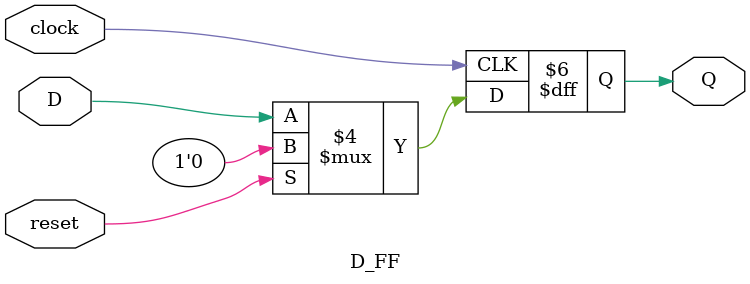
<source format=sv>
module part3(clock, reset, ParallelLoadn, RotateRight, ASRight, Data_IN, Q);
    input logic clock, reset, ParallelLoadn, RotateRight, ASRight;
    input logic [3:0] Data_IN;
    output logic [3:0] Q;

    logic temp;
    
    mux2to1 m0(.x(Q[0]), .y(Q[3]), .s(ASRight), .f(temp));

    rotate r0(.clock(clock), .reset(reset), .loadn(ParallelLoadn), .LoadLeft(RotateRight), .left(Q[1]), .right(Q[3]), .D(Data_IN[0]), .Q(Q[0]));
    rotate r1(.clock(clock), .reset(reset), .loadn(ParallelLoadn), .LoadLeft(RotateRight), .left(Q[2]), .right(Q[0]), .D(Data_IN[1]), .Q(Q[1]));
    rotate r2(.clock(clock), .reset(reset), .loadn(ParallelLoadn), .LoadLeft(RotateRight), .left(Q[3]), .right(Q[1]), .D(Data_IN[2]), .Q(Q[2]));
    rotate r3(.clock(clock), .reset(reset), .loadn(ParallelLoadn), .LoadLeft(RotateRight), .left(temp), .right(Q[2]), .D(Data_IN[3]), .Q(Q[3]));
endmodule

module rotate(clock, reset, loadn, LoadLeft, left, right, D, Q);
    input logic clock, reset, loadn, LoadLeft, left, right, D;
    output logic Q;
    
    logic F, R;

    mux2to1 u0(.x(right), .y(left), .s(LoadLeft), .f(F));
    mux2to1 u1(.x(D), .y(F), .s(loadn), .f(R));
    D_FF u3(.D(R), .clock(clock), .reset(reset), .Q(Q));
endmodule

module mux2to1(x, y, s, f);
    input logic x, y, s;
    output logic f;

    always_comb 
    begin
        case(s)
        0: f = x;
        1: f = y; 
        endcase
    end
endmodule

module D_FF(D, clock, reset, Q);
    input logic D, clock, reset;
    output logic Q;

    always_ff @(posedge clock)
    begin
        if (reset == 1'b1) Q <= 1'b0;
        else Q <= D;
    end
endmodule

</source>
